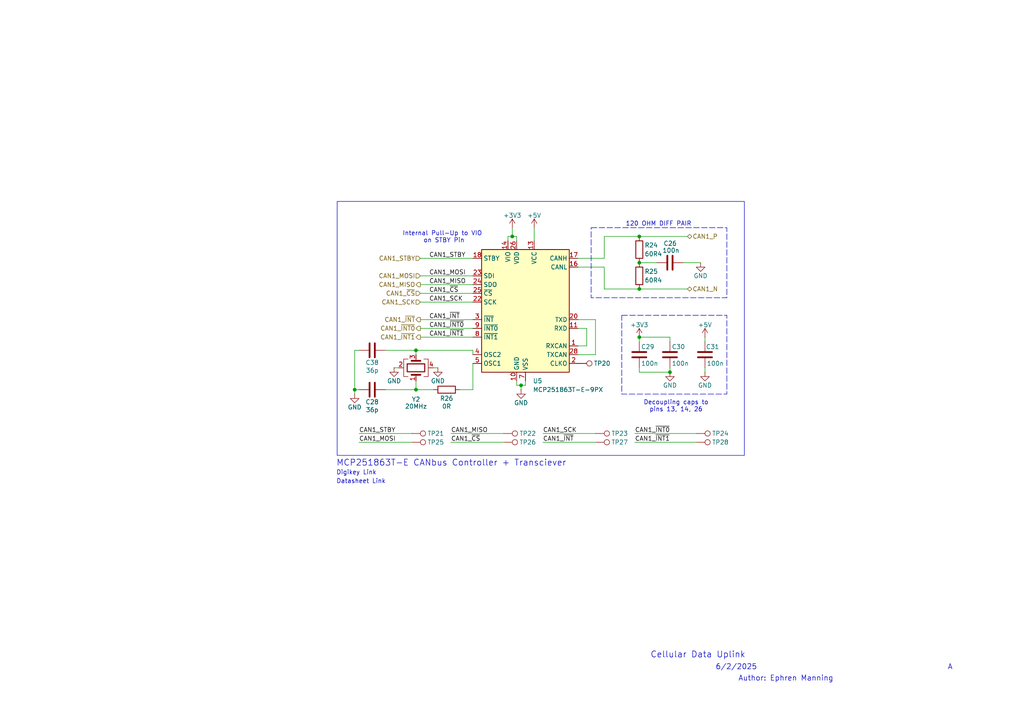
<source format=kicad_sch>
(kicad_sch (version 20250114) (generator "eeschema") (generator_version "9.0")
  (paper "A4")
  (lib_symbols
    (symbol "Connector:TestPoint" (pin_numbers (hide yes)) (pin_names (offset 0.762) (hide yes))
      (property "Reference" "TP" (at 0 6.858 0))
      (property "Value" "TestPoint" (at 0 5.08 0))
      (symbol "TestPoint_0_1"
        (circle (center 0 3.302) (radius 0.762))
      )
      (symbol "TestPoint_1_1"
        (pin passive line (at 0 0 90) (length 2.54) (name "1") (number "1"))
      )
    )
    (symbol "Device:C" (pin_numbers (hide yes)) (pin_names (offset 0.254))
      (property "Reference" "C" (at 0.635 2.54 0))
      (property "Value" "C" (at 0.635 -2.54 0))
      (symbol "C_0_1"
        (polyline (pts (xy -2.032 0.762) (xy 2.032 0.762)) (stroke (width 0.508)))
        (polyline (pts (xy -2.032 -0.762) (xy 2.032 -0.762)) (stroke (width 0.508)))
      )
      (symbol "C_1_1"
        (pin passive line (at 0 3.81 270) (length 2.794) (name "~") (number "1"))
        (pin passive line (at 0 -3.81 90) (length 2.794) (name "~") (number "2"))
      )
    )
    (symbol "Device:Crystal_GND24" (pin_names (offset 1.016) (hide yes))
      (property "Reference" "Y" (at 3.175 5.08 0))
      (property "Value" "Crystal_GND24" (at 3.175 3.175 0))
      (symbol "Crystal_GND24_0_1"
        (polyline (pts (xy -2.54 2.286) (xy -2.54 3.556) (xy 2.54 3.556) (xy 2.54 2.286)))
        (polyline (pts (xy -2.54 0) (xy -2.032 0)))
        (polyline (pts (xy -2.54 -2.286) (xy -2.54 -3.556) (xy 2.54 -3.556) (xy 2.54 -2.286)))
        (polyline (pts (xy -2.032 -1.27) (xy -2.032 1.27)) (stroke (width 0.508)))
        (rectangle (start -1.143 2.54) (end 1.143 -2.54) (stroke (width 0.3048)))
        (polyline (pts (xy 0 3.556) (xy 0 3.81)))
        (polyline (pts (xy 0 -3.81) (xy 0 -3.556)))
        (polyline (pts (xy 2.032 0) (xy 2.54 0)))
        (polyline (pts (xy 2.032 -1.27) (xy 2.032 1.27)) (stroke (width 0.508)))
      )
      (symbol "Crystal_GND24_1_1"
        (pin passive line (at -3.81 0 0) (length 1.27) (name "1") (number "1"))
        (pin passive line (at 0 5.08 270) (length 1.27) (name "2") (number "2"))
        (pin passive line (at 0 -5.08 90) (length 1.27) (name "4") (number "4"))
        (pin passive line (at 3.81 0 180) (length 1.27) (name "3") (number "3"))
      )
    )
    (symbol "Device:R" (pin_numbers (hide yes)) (pin_names (offset 0))
      (property "Reference" "R" (at 2.032 0 90))
      (property "Value" "R" (at 0 0 90))
      (symbol "R_0_1"
        (rectangle (start -1.016 -2.54) (end 1.016 2.54) (stroke (width 0.254)))
      )
      (symbol "R_1_1"
        (pin passive line (at 0 3.81 270) (length 1.27) (name "~") (number "1"))
        (pin passive line (at 0 -3.81 90) (length 1.27) (name "~") (number "2"))
      )
    )
    (symbol "Interface_CAN_LIN:MCP251863T-E-9PX"
      (property "Reference" "U" (at -12.7 19.304 0))
      (property "Value" "MCP251863T-E-9PX" (at 4.572 19.304 0))
      (symbol "MCP251863T-E-9PX_0_1"
        (rectangle (start -12.7 17.78) (end 12.7 -17.78) (stroke (width 0.254)) (fill (type background)))
      )
      (symbol "MCP251863T-E-9PX_1_1"
        (pin input line (at -15.24 15.24 0) (length 2.54) (name "STBY") (number "18"))
        (pin input line (at -15.24 10.16 0) (length 2.54) (name "SDI") (number "23"))
        (pin output line (at -15.24 7.62 0) (length 2.54) (name "SDO") (number "24"))
        (pin input line (at -15.24 5.08 0) (length 2.54) (name "~{CS}") (number "25"))
        (pin input line (at -15.24 2.54 0) (length 2.54) (name "SCK") (number "22"))
        (pin output line (at -15.24 -2.54 0) (length 2.54) (name "~{INT}") (number "3"))
        (pin output line (at -15.24 -5.08 0) (length 2.54) (name "~{INT0}") (number "9"))
        (pin output line (at -15.24 -7.62 0) (length 2.54) (name "~{INT1}") (number "8"))
        (pin output line (at -15.24 -12.7 0) (length 2.54) (name "OSC2") (number "4"))
        (pin input line (at -15.24 -15.24 0) (length 2.54) (name "OSC1") (number "5"))
        (pin power_in line (at -5.08 20.32 270) (length 2.54) (name "VIO") (number "14"))
        (pin power_in line (at -2.54 20.32 270) (length 2.54) (name "VDD") (number "26"))
        (pin power_in line (at -2.54 -20.32 90) (length 2.54) (name "GND") (number "10"))
        (pin no_connect line (at 0 17.78 270) (length 2.54) (hide yes) (name "NC") (number "21"))
        (pin power_in line (at 0 -20.32 90) (length 2.54) (name "VSS") (number "7"))
        (pin power_in line (at 2.54 20.32 270) (length 2.54) (name "VCC") (number "13"))
        (pin no_connect line (at 5.08 17.78 270) (length 2.54) (hide yes) (name "NC") (number "29"))
        (pin no_connect line (at 12.7 10.16 180) (length 2.54) (hide yes) (name "NC") (number "19"))
        (pin no_connect line (at 12.7 7.62 180) (length 2.54) (hide yes) (name "NC") (number "15"))
        (pin no_connect line (at 12.7 5.08 180) (length 2.54) (hide yes) (name "NC") (number "12"))
        (pin no_connect line (at 12.7 2.54 180) (length 2.54) (hide yes) (name "NC") (number "6"))
        (pin bidirectional line (at 15.24 15.24 180) (length 2.54) (name "CANH") (number "17"))
        (pin bidirectional line (at 15.24 12.7 180) (length 2.54) (name "CANL") (number "16"))
        (pin output line (at 15.24 -2.54 180) (length 2.54) (name "TXD") (number "20"))
        (pin output line (at 15.24 -5.08 180) (length 2.54) (name "RXD") (number "11"))
        (pin input line (at 15.24 -10.16 180) (length 2.54) (name "RXCAN") (number "1"))
        (pin output line (at 15.24 -12.7 180) (length 2.54) (name "TXCAN") (number "28"))
        (pin output line (at 15.24 -15.24 180) (length 2.54) (name "CLKO") (number "2"))
      )
    )
    (symbol "power:+3V3" (power) (pin_numbers (hide yes)) (pin_names (offset 0) (hide yes))
      (property "Value" "+3V3" (at 0 3.556 0))
      (symbol "+3V3_0_1"
        (polyline (pts (xy -0.762 1.27) (xy 0 2.54)))
        (polyline (pts (xy 0 2.54) (xy 0.762 1.27)))
        (polyline (pts (xy 0 0) (xy 0 2.54)))
      )
      (symbol "+3V3_1_1"
        (pin power_in line (at 0 0 90) (length 0) (name "~") (number "1"))
      )
    )
    (symbol "power:GND" (power) (pin_numbers (hide yes)) (pin_names (offset 0) (hide yes))
      (property "Value" "GND" (at 0 -3.81 0))
      (symbol "GND_0_1"
        (polyline (pts (xy 0 0) (xy 0 -1.27) (xy 1.27 -1.27) (xy 0 -2.54) (xy -1.27 -1.27) (xy 0 -1.27)))
      )
      (symbol "GND_1_1"
        (pin power_in line (at 0 0 270) (length 0) (name "~") (number "1"))
      )
    )
  )
  (rectangle (start 97.79 58.42) (end 215.9 132.08))
  (rectangle (start 171.45 66.04) (end 210.82 86.36) (stroke (width 0) (type dash)))
  (rectangle (start 180.34 91.44) (end 210.82 114.3) (stroke (width 0) (type dash)))
  (text "Decoupling caps to\npins 13, 14, 26\n" (at 196.088 117.856 0) (effects (font (size 1.27 1.27))))
  (text "Cellular Data Uplink\n" (at 202.438 189.992 0) (effects (font (size 1.778 1.778))))
  (text "6/2/2025\n" (at 207.518 193.548 0) (effects (font (size 1.524 1.524)) (justify left)))
  (text "Datasheet Link" (at 97.536 139.7 0) (effects (font (size 1.27 1.27)) (justify left)))
  (text "MCP251863T-E CANbus Controller + Transciever\n" (at 97.536 134.366 0) (effects (font (size 1.778 1.778)) (justify left)))
  (text "Author: Ephren Manning\n" (at 214.122 196.85 0) (effects (font (size 1.524 1.524)) (justify left)))
  (text "Digikey Link" (at 97.536 137.16 0) (effects (font (size 1.27 1.27)) (justify left)))
  (text "Internal Pull-Up to VIO \non STBY Pin\n\n" (at 128.778 69.85 0) (effects (font (size 1.27 1.27))))
  (text "120 OHM DIFF PAIR\n\n" (at 191.008 66.04 0) (effects (font (size 1.27 1.27))))
  (text "A" (at 275.59 193.548 0) (effects (font (size 1.524 1.524))))
  (junction (at 120.65 101.6))
  (junction (at 185.42 97.79))
  (junction (at 185.42 76.2))
  (junction (at 185.42 83.82))
  (junction (at 148.59 68.58))
  (junction (at 120.65 113.03))
  (junction (at 102.87 113.03))
  (junction (at 185.42 68.58))
  (junction (at 194.31 107.95))
  (junction (at 151.13 111.76))
  (wire (pts (xy 204.47 107.95) (xy 204.47 106.68)))
  (wire (pts (xy 194.31 107.95) (xy 194.31 106.68)))
  (wire (pts (xy 148.59 68.58) (xy 149.86 68.58)))
  (wire (pts (xy 184.15 128.27) (xy 201.93 128.27)))
  (wire (pts (xy 185.42 107.95) (xy 194.31 107.95)))
  (wire (pts (xy 111.76 113.03) (xy 120.65 113.03)))
  (wire (pts (xy 137.16 102.87) (xy 137.16 101.6)))
  (wire (pts (xy 184.15 125.73) (xy 201.93 125.73)))
  (wire (pts (xy 102.87 101.6) (xy 104.14 101.6)))
  (wire (pts (xy 102.87 114.3) (xy 102.87 113.03)))
  (wire (pts (xy 194.31 97.79) (xy 194.31 99.06)))
  (wire (pts (xy 137.16 105.41) (xy 137.16 113.03)))
  (wire (pts (xy 149.86 111.76) (xy 151.13 111.76)))
  (wire (pts (xy 170.18 100.33) (xy 170.18 95.25)))
  (wire (pts (xy 130.81 128.27) (xy 146.05 128.27)))
  (wire (pts (xy 149.86 110.49) (xy 149.86 111.76)))
  (wire (pts (xy 185.42 68.58) (xy 199.39 68.58)))
  (wire (pts (xy 157.48 128.27) (xy 172.72 128.27)))
  (wire (pts (xy 185.42 107.95) (xy 185.42 106.68)))
  (wire (pts (xy 104.14 128.27) (xy 119.38 128.27)))
  (wire (pts (xy 121.92 95.25) (xy 137.16 95.25)))
  (wire (pts (xy 121.92 85.09) (xy 137.16 85.09)))
  (wire (pts (xy 121.92 87.63) (xy 137.16 87.63)))
  (wire (pts (xy 167.64 100.33) (xy 170.18 100.33)))
  (wire (pts (xy 185.42 97.79) (xy 194.31 97.79)))
  (wire (pts (xy 198.12 76.2) (xy 203.2 76.2)))
  (wire (pts (xy 121.92 74.93) (xy 137.16 74.93)))
  (wire (pts (xy 130.81 125.73) (xy 146.05 125.73)))
  (wire (pts (xy 175.26 68.58) (xy 185.42 68.58)))
  (wire (pts (xy 121.92 92.71) (xy 137.16 92.71)))
  (wire (pts (xy 149.86 68.58) (xy 149.86 69.85)))
  (wire (pts (xy 175.26 74.93) (xy 167.64 74.93)))
  (wire (pts (xy 185.42 83.82) (xy 199.39 83.82)))
  (wire (pts (xy 121.92 80.01) (xy 137.16 80.01)))
  (wire (pts (xy 120.65 110.49) (xy 120.65 113.03)))
  (wire (pts (xy 185.42 97.79) (xy 185.42 99.06)))
  (wire (pts (xy 152.4 111.76) (xy 152.4 110.49)))
  (wire (pts (xy 157.48 125.73) (xy 172.72 125.73)))
  (wire (pts (xy 104.14 125.73) (xy 119.38 125.73)))
  (wire (pts (xy 121.92 82.55) (xy 137.16 82.55)))
  (wire (pts (xy 133.35 113.03) (xy 137.16 113.03)))
  (wire (pts (xy 148.59 66.04) (xy 148.59 68.58)))
  (wire (pts (xy 120.65 101.6) (xy 137.16 101.6)))
  (wire (pts (xy 172.72 102.87) (xy 167.64 102.87)))
  (wire (pts (xy 125.73 106.68) (xy 127 106.68)))
  (wire (pts (xy 151.13 111.76) (xy 152.4 111.76)))
  (wire (pts (xy 167.64 77.47) (xy 175.26 77.47)))
  (wire (pts (xy 170.18 95.25) (xy 167.64 95.25)))
  (wire (pts (xy 204.47 97.79) (xy 204.47 99.06)))
  (wire (pts (xy 154.94 66.04) (xy 154.94 69.85)))
  (wire (pts (xy 175.26 77.47) (xy 175.26 83.82)))
  (wire (pts (xy 185.42 76.2) (xy 190.5 76.2)))
  (wire (pts (xy 175.26 68.58) (xy 175.26 74.93)))
  (wire (pts (xy 121.92 97.79) (xy 137.16 97.79)))
  (wire (pts (xy 120.65 113.03) (xy 125.73 113.03)))
  (wire (pts (xy 120.65 102.87) (xy 120.65 101.6)))
  (wire (pts (xy 175.26 83.82) (xy 185.42 83.82)))
  (wire (pts (xy 172.72 92.71) (xy 172.72 102.87)))
  (wire (pts (xy 147.32 69.85) (xy 147.32 68.58)))
  (wire (pts (xy 111.76 101.6) (xy 120.65 101.6)))
  (wire (pts (xy 102.87 101.6) (xy 102.87 113.03)))
  (wire (pts (xy 102.87 113.03) (xy 104.14 113.03)))
  (wire (pts (xy 151.13 111.76) (xy 151.13 113.03)))
  (wire (pts (xy 114.3 106.68) (xy 115.57 106.68)))
  (wire (pts (xy 167.64 92.71) (xy 172.72 92.71)))
  (wire (pts (xy 147.32 68.58) (xy 148.59 68.58)))
  (label "CAN1_~{INT1}" (at 184.15 128.27 0))
  (label "CAN1_~{INT0}" (at 124.46 95.25 0))
  (label "CAN1_SCK" (at 124.46 87.63 0))
  (label "CAN1_SCK" (at 157.48 125.73 0))
  (label "CAN1_~{INT}" (at 124.46 92.71 0))
  (label "CAN1_MISO" (at 124.46 82.55 0))
  (label "CAN1_MOSI" (at 104.14 128.27 0))
  (label "CAN1_~{INT0}" (at 184.15 125.73 0))
  (label "CAN1_STBY" (at 124.46 74.93 0))
  (label "CAN1_~{INT}" (at 157.48 128.27 0))
  (label "CAN1_~{CS}" (at 124.46 85.09 0))
  (label "CAN1_MOSI" (at 124.46 80.01 0))
  (label "CAN1_~{CS}" (at 130.81 128.27 0))
  (label "CAN1_~{INT1}" (at 124.46 97.79 0))
  (label "CAN1_STBY" (at 104.14 125.73 0))
  (label "CAN1_MISO" (at 130.81 125.73 0))
  (hierarchical_label "CAN1_N" (shape bidirectional) (at 199.39 83.82 0))
  (hierarchical_label "CAN1_P" (shape bidirectional) (at 199.39 68.58 0))
  (hierarchical_label "CAN1_STBY" (shape input) (at 121.92 74.93 180))
  (hierarchical_label "CAN1_~{INT0}" (shape output) (at 121.92 95.25 180))
  (hierarchical_label "CAN1_SCK" (shape input) (at 121.92 87.63 180))
  (hierarchical_label "CAN1_~{INT1}" (shape output) (at 121.92 97.79 180))
  (hierarchical_label "CAN1_~{INT}" (shape output) (at 121.92 92.71 180))
  (hierarchical_label "CAN1_MOSI" (shape input) (at 121.92 80.01 180))
  (hierarchical_label "CAN1_MISO" (shape output) (at 121.92 82.55 180))
  (hierarchical_label "CAN1_~{CS}" (shape input) (at 121.92 85.09 180))
  (symbol (lib_id "Device:C") (at 194.31 76.2 90) (unit 1)
    (property "Reference" "C26" (at 196.342 70.612 90) (effects (justify left)))
    (property "Value" "100n" (at 197.104 72.644 90) (effects (justify left)))
    (property "Footprint" "Capacitor_SMD:C_0402_1005Metric" (effects (hide yes)))
    (property "Description" "Unpolarized capacitor" (effects (hide yes)))
    (property "MPN" "CL05B104KP5NNNC" (effects (hide yes)))
  )
  (symbol (lib_id "Connector:TestPoint") (at 146.05 125.73 270) (unit 1)
    (property "Reference" "TP22" (at 150.622 125.73 90) (effects (justify left)))
    (property "Value" "TestPoint" (effects (hide yes)))
    (property "Footprint" "TestPoint:TestPoint_Pad_D1.0mm" (effects (hide yes)))
    (property "Description" "test point" (effects (hide yes)))
  )
  (symbol (lib_id "Connector:TestPoint") (at 146.05 128.27 270) (unit 1)
    (property "Reference" "TP26" (at 150.622 128.27 90) (effects (justify left)))
    (property "Value" "TestPoint" (effects (hide yes)))
    (property "Footprint" "TestPoint:TestPoint_Pad_D1.0mm" (effects (hide yes)))
    (property "Description" "test point" (effects (hide yes)))
  )
  (symbol (lib_id "Device:C") (at 107.95 113.03 90) (unit 1)
    (property "Reference" "C28" (at 107.95 116.586 90))
    (property "Value" "36p" (at 107.95 118.872 90))
    (property "Footprint" "Capacitor_SMD:C_0402_1005Metric" (effects (hide yes)))
    (property "Description" "Unpolarized capacitor" (effects (hide yes)))
    (property "MPN" "GCM0335C1H360FA16D" (effects (hide yes)))
  )
  (symbol (lib_id "Interface_CAN_LIN:MCP251863T-E-9PX") (at 152.4 90.17 0) (unit 1)
    (property "Reference" "U5" (at 154.5433 110.49 0) (effects (justify left)))
    (property "Value" "MCP251863T-E-9PX" (at 154.5433 113.03 0) (effects (justify left)))
    (property "Footprint" "MCP251863T_E:VQFN28_9PX_3p25X3p25EPAD_MCH" (effects (hide yes)))
    (property "Datasheet" "https://cz.mouser.com/datasheet/2/268/MCP251863_External_CAN_FD_Controller_with_Integrat-3442054.pdf" (effects (hide yes)))
    (property "Description" "External CAN FD Controller with Integrated Transceiver, VQFN-28" (effects (hide yes)))
    (property "MPN" "MCP251863T-E-9PX" (effects (hide yes)))
  )
  (symbol (lib_id "power:+3V3") (at 148.59 66.04 0) (unit 1)
    (property "Reference" "#PWR049" (effects (hide yes)))
    (property "Value" "+3V3" (at 148.59 62.484 0))
    (property "Description" "Power symbol creates a global label with name \"+3V3\"" (effects (hide yes)))
  )
  (symbol (lib_id "Connector:TestPoint") (at 172.72 128.27 270) (unit 1)
    (property "Reference" "TP27" (at 177.292 128.27 90) (effects (justify left)))
    (property "Value" "TestPoint" (effects (hide yes)))
    (property "Footprint" "TestPoint:TestPoint_Pad_D1.0mm" (effects (hide yes)))
    (property "Description" "test point" (effects (hide yes)))
  )
  (symbol (lib_id "Connector:TestPoint") (at 119.38 128.27 270) (unit 1)
    (property "Reference" "TP25" (at 123.952 128.27 90) (effects (justify left)))
    (property "Value" "TestPoint" (effects (hide yes)))
    (property "Footprint" "TestPoint:TestPoint_Pad_D1.0mm" (effects (hide yes)))
    (property "Description" "test point" (effects (hide yes)))
  )
  (symbol (lib_id "Connector:TestPoint") (at 119.38 125.73 270) (unit 1)
    (property "Reference" "TP21" (at 123.952 125.73 90) (effects (justify left)))
    (property "Value" "TestPoint" (effects (hide yes)))
    (property "Footprint" "TestPoint:TestPoint_Pad_D1.0mm" (effects (hide yes)))
    (property "Description" "test point" (effects (hide yes)))
  )
  (symbol (lib_id "Device:C") (at 185.42 102.87 0) (unit 1)
    (property "Reference" "C29" (at 185.928 100.584 0) (effects (justify left)))
    (property "Value" "100n" (at 185.928 105.41 0) (effects (justify left)))
    (property "Footprint" "Capacitor_SMD:C_0402_1005Metric" (effects (hide yes)))
    (property "Description" "Unpolarized capacitor" (effects (hide yes)))
    (property "MPN" "CL05B104KP5NNNC" (effects (hide yes)))
  )
  (symbol (lib_id "power:GND") (at 151.13 113.03 0) (unit 1)
    (property "Reference" "#PWR057" (effects (hide yes)))
    (property "Value" "GND" (at 151.13 116.84 0))
    (property "Description" "Power symbol creates a global label with name \"GND\" , ground" (effects (hide yes)))
  )
  (symbol (lib_id "power:+3V3") (at 185.42 97.79 0) (unit 1)
    (property "Reference" "#PWR052" (effects (hide yes)))
    (property "Value" "+3V3" (at 185.42 94.234 0))
    (property "Description" "Power symbol creates a global label with name \"+3V3\"" (effects (hide yes)))
  )
  (symbol (lib_id "power:GND") (at 114.3 106.68 0) (unit 1)
    (property "Reference" "#PWR070" (effects (hide yes)))
    (property "Value" "GND" (at 114.3 110.49 0))
    (property "Description" "Power symbol creates a global label with name \"GND\" , ground" (effects (hide yes)))
  )
  (symbol (lib_id "Connector:TestPoint") (at 167.64 105.41 270) (unit 1)
    (property "Reference" "TP20" (at 172.212 105.41 90) (effects (justify left)))
    (property "Value" "TestPoint" (effects (hide yes)))
    (property "Footprint" "TestPoint:TestPoint_Pad_D1.0mm" (effects (hide yes)))
    (property "Description" "test point" (effects (hide yes)))
  )
  (symbol (lib_id "Device:R") (at 129.54 113.03 90) (unit 1)
    (property "Reference" "R26" (at 129.54 115.57 90))
    (property "Value" "0R" (at 129.54 117.856 90))
    (property "Footprint" "Resistor_SMD:R_0402_1005Metric" (effects (hide yes)))
    (property "Description" "Resistor" (effects (hide yes)))
    (property "MPN" "RC1005J000CS" (effects (hide yes)))
  )
  (symbol (lib_id "power:GND") (at 102.87 114.3 0) (unit 1)
    (property "Reference" "#PWR056" (effects (hide yes)))
    (property "Value" "GND" (at 102.87 118.11 0))
    (property "Description" "Power symbol creates a global label with name \"GND\" , ground" (effects (hide yes)))
  )
  (symbol (lib_id "power:GND") (at 127 106.68 0) (unit 1)
    (property "Reference" "#PWR069" (effects (hide yes)))
    (property "Value" "GND" (at 127 110.49 0))
    (property "Description" "Power symbol creates a global label with name \"GND\" , ground" (effects (hide yes)))
  )
  (symbol (lib_id "Device:C") (at 204.47 102.87 0) (unit 1)
    (property "Reference" "C31" (at 204.724 100.584 0) (effects (justify left)))
    (property "Value" "100n" (at 204.978 105.41 0) (effects (justify left)))
    (property "Footprint" "Capacitor_SMD:C_0402_1005Metric" (effects (hide yes)))
    (property "Description" "Unpolarized capacitor" (effects (hide yes)))
    (property "MPN" "CL05B104KP5NNNC" (effects (hide yes)))
  )
  (symbol (lib_id "Device:Crystal_GND24") (at 120.65 106.68 90) (unit 1)
    (property "Reference" "Y2" (at 120.65 115.824 90))
    (property "Value" "20MHz" (at 120.65 117.856 90))
    (property "Footprint" "Crystal:Crystal_SMD_Abracon_ABM8G-4Pin_3.2x2.5mm" (effects (hide yes)))
    (property "Description" "Four pin crystal, GND on pins 2 and 4" (effects (hide yes)))
    (property "MPN" "ABM8G-20.000MHZ-18-D2Y-T" (effects (hide yes)))
  )
  (symbol (lib_id "Device:C") (at 107.95 101.6 90) (unit 1)
    (property "Reference" "C38" (at 107.95 105.156 90))
    (property "Value" "36p" (at 107.95 107.442 90))
    (property "Footprint" "Capacitor_SMD:C_0402_1005Metric" (effects (hide yes)))
    (property "Description" "Unpolarized capacitor" (effects (hide yes)))
    (property "MPN" "GCM0335C1H360FA16D" (effects (hide yes)))
  )
  (symbol (lib_id "Connector:TestPoint") (at 201.93 125.73 270) (unit 1)
    (property "Reference" "TP24" (at 206.502 125.73 90) (effects (justify left)))
    (property "Value" "TestPoint" (effects (hide yes)))
    (property "Footprint" "TestPoint:TestPoint_Pad_D1.0mm" (effects (hide yes)))
    (property "Description" "test point" (effects (hide yes)))
  )
  (symbol (lib_id "Device:C") (at 194.31 102.87 0) (unit 1)
    (property "Reference" "C30" (at 194.818 100.584 0) (effects (justify left)))
    (property "Value" "100n" (at 194.818 105.41 0) (effects (justify left)))
    (property "Footprint" "Capacitor_SMD:C_0402_1005Metric" (effects (hide yes)))
    (property "Description" "Unpolarized capacitor" (effects (hide yes)))
    (property "MPN" "CL05B104KP5NNNC" (effects (hide yes)))
  )
  (symbol (lib_id "power:+3V3") (at 154.94 66.04 0) (unit 1)
    (property "Reference" "#PWR050" (effects (hide yes)))
    (property "Value" "+5V" (at 154.94 62.484 0))
    (property "Description" "Power symbol creates a global label with name \"+3V3\"" (effects (hide yes)))
  )
  (symbol (lib_id "power:GND") (at 204.47 107.95 0) (unit 1)
    (property "Reference" "#PWR055" (effects (hide yes)))
    (property "Value" "GND" (at 204.47 111.76 0))
    (property "Description" "Power symbol creates a global label with name \"GND\" , ground" (effects (hide yes)))
  )
  (symbol (lib_id "power:GND") (at 203.2 76.2 0) (unit 1)
    (property "Reference" "#PWR051" (effects (hide yes)))
    (property "Value" "GND" (at 203.2 80.01 0))
    (property "Description" "Power symbol creates a global label with name \"GND\" , ground" (effects (hide yes)))
  )
  (symbol (lib_id "Connector:TestPoint") (at 172.72 125.73 270) (unit 1)
    (property "Reference" "TP23" (at 177.292 125.73 90) (effects (justify left)))
    (property "Value" "TestPoint" (effects (hide yes)))
    (property "Footprint" "TestPoint:TestPoint_Pad_D1.0mm" (effects (hide yes)))
    (property "Description" "test point" (effects (hide yes)))
  )
  (symbol (lib_id "Device:R") (at 185.42 80.01 0) (unit 1)
    (property "Reference" "R25" (at 186.944 78.74 0) (effects (justify left)))
    (property "Value" "60R4" (at 186.944 81.28 0) (effects (justify left)))
    (property "Footprint" "Resistor_SMD:R_0603_1608Metric" (effects (hide yes)))
    (property "Description" "Resistor" (effects (hide yes)))
    (property "MPN" "CR0603-FX-60R4ELF" (effects (hide yes)))
  )
  (symbol (lib_id "power:+3V3") (at 204.47 97.79 0) (unit 1)
    (property "Reference" "#PWR053" (effects (hide yes)))
    (property "Value" "+5V" (at 204.47 94.234 0))
    (property "Description" "Power symbol creates a global label with name \"+3V3\"" (effects (hide yes)))
  )
  (symbol (lib_id "Device:R") (at 185.42 72.39 0) (unit 1)
    (property "Reference" "R24" (at 186.944 71.12 0) (effects (justify left)))
    (property "Value" "60R4" (at 186.944 73.66 0) (effects (justify left)))
    (property "Footprint" "Resistor_SMD:R_0603_1608Metric" (effects (hide yes)))
    (property "Description" "Resistor" (effects (hide yes)))
    (property "MPN" "CR0603-FX-60R4ELF" (effects (hide yes)))
  )
  (symbol (lib_id "power:GND") (at 194.31 107.95 0) (unit 1)
    (property "Reference" "#PWR054" (effects (hide yes)))
    (property "Value" "GND" (at 194.31 111.76 0))
    (property "Description" "Power symbol creates a global label with name \"GND\" , ground" (effects (hide yes)))
  )
  (symbol (lib_id "Connector:TestPoint") (at 201.93 128.27 270) (unit 1)
    (property "Reference" "TP28" (at 206.502 128.27 90) (effects (justify left)))
    (property "Value" "TestPoint" (effects (hide yes)))
    (property "Footprint" "TestPoint:TestPoint_Pad_D1.0mm" (effects (hide yes)))
    (property "Description" "test point" (effects (hide yes)))
  )
)
</source>
